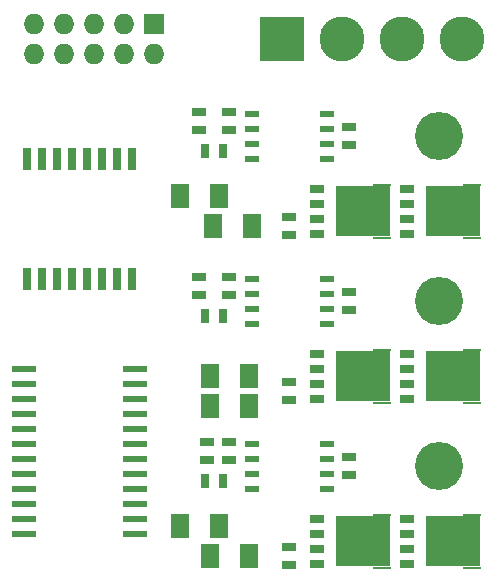
<source format=gbr>
%FSLAX46Y46*%
G04 Gerber Fmt 4.6, Leading zero omitted, Abs format (unit mm)*
G04 Created by KiCad (PCBNEW (2014-10-27 BZR 5228)-product) date 06.12.2014 02:57:52*
%MOMM*%
G01*
G04 APERTURE LIST*
%ADD10C,0.100000*%
%ADD11R,4.600000X4.200000*%
%ADD12R,1.500000X0.250000*%
%ADD13R,1.150000X0.700000*%
%ADD14R,1.727200X1.727200*%
%ADD15O,1.727200X1.727200*%
%ADD16C,3.810000*%
%ADD17R,3.810000X3.810000*%
%ADD18R,0.635000X1.905000*%
%ADD19R,1.143000X0.635000*%
%ADD20R,1.524000X2.032000*%
%ADD21R,1.143000X0.508000*%
%ADD22C,4.064000*%
%ADD23R,2.000000X0.600000*%
%ADD24R,0.635000X1.143000*%
G04 APERTURE END LIST*
D10*
D11*
X212020000Y-62230000D03*
D12*
X213570000Y-64455000D03*
X213570000Y-60005000D03*
D13*
X208095000Y-60325000D03*
X208095000Y-61595000D03*
X208095000Y-62865000D03*
X208095000Y-64135000D03*
D11*
X212020000Y-76200000D03*
D12*
X213570000Y-78425000D03*
X213570000Y-73975000D03*
D13*
X208095000Y-74295000D03*
X208095000Y-75565000D03*
X208095000Y-76835000D03*
X208095000Y-78105000D03*
D11*
X204400000Y-76200000D03*
D12*
X205950000Y-78425000D03*
X205950000Y-73975000D03*
D13*
X200475000Y-74295000D03*
X200475000Y-75565000D03*
X200475000Y-76835000D03*
X200475000Y-78105000D03*
D14*
X186690000Y-32385000D03*
D15*
X186690000Y-34925000D03*
X184150000Y-32385000D03*
X184150000Y-34925000D03*
X181610000Y-32385000D03*
X181610000Y-34925000D03*
X179070000Y-32385000D03*
X179070000Y-34925000D03*
X176530000Y-32385000D03*
X176530000Y-34925000D03*
D16*
X202565000Y-33655000D03*
X207645000Y-33655000D03*
D17*
X197485000Y-33655000D03*
D16*
X212725000Y-33655000D03*
D18*
X184785000Y-43815000D03*
X183515000Y-43815000D03*
X182245000Y-43815000D03*
X180975000Y-43815000D03*
X179705000Y-43815000D03*
X178435000Y-43815000D03*
X177165000Y-43815000D03*
X175895000Y-43815000D03*
X175895000Y-53975000D03*
X177165000Y-53975000D03*
X178435000Y-53975000D03*
X179705000Y-53975000D03*
X180975000Y-53975000D03*
X182245000Y-53975000D03*
X183515000Y-53975000D03*
X184785000Y-53975000D03*
D19*
X198120000Y-64262000D03*
X198120000Y-62738000D03*
D20*
X191643000Y-49530000D03*
X194945000Y-49530000D03*
D21*
X194945000Y-43815000D03*
X194945000Y-42545000D03*
X194945000Y-41275000D03*
X194945000Y-40005000D03*
X201295000Y-40005000D03*
X201295000Y-41275000D03*
X201295000Y-42545000D03*
X201295000Y-43815000D03*
D11*
X204400000Y-48260000D03*
D12*
X205950000Y-50485000D03*
X205950000Y-46035000D03*
D13*
X200475000Y-46355000D03*
X200475000Y-47625000D03*
X200475000Y-48895000D03*
X200475000Y-50165000D03*
D22*
X210820000Y-41910000D03*
D11*
X212020000Y-48260000D03*
D12*
X213570000Y-50485000D03*
X213570000Y-46035000D03*
D13*
X208095000Y-46355000D03*
X208095000Y-47625000D03*
X208095000Y-48895000D03*
X208095000Y-50165000D03*
D11*
X204400000Y-62230000D03*
D12*
X205950000Y-64455000D03*
X205950000Y-60005000D03*
D13*
X200475000Y-60325000D03*
X200475000Y-61595000D03*
X200475000Y-62865000D03*
X200475000Y-64135000D03*
D23*
X175640000Y-61595000D03*
X175640000Y-62865000D03*
X175640000Y-64135000D03*
X175640000Y-65405000D03*
X175640000Y-66675000D03*
X175640000Y-67945000D03*
X175640000Y-69215000D03*
X175640000Y-70485000D03*
X175640000Y-71755000D03*
X175640000Y-73025000D03*
X175640000Y-74295000D03*
X175640000Y-75565000D03*
X185040000Y-75565000D03*
X185040000Y-74295000D03*
X185040000Y-73025000D03*
X185040000Y-71755000D03*
X185040000Y-70485000D03*
X185040000Y-69215000D03*
X185040000Y-67945000D03*
X185040000Y-66675000D03*
X185040000Y-65405000D03*
X185040000Y-64135000D03*
X185040000Y-62865000D03*
X185040000Y-61595000D03*
D20*
X191389000Y-62230000D03*
X194691000Y-62230000D03*
D22*
X210820000Y-69850000D03*
D19*
X193040000Y-41402000D03*
X193040000Y-39878000D03*
X193040000Y-69342000D03*
X193040000Y-67818000D03*
X190500000Y-55372000D03*
X190500000Y-53848000D03*
X190500000Y-41402000D03*
X190500000Y-39878000D03*
X191135000Y-69342000D03*
X191135000Y-67818000D03*
X203200000Y-42672000D03*
X203200000Y-41148000D03*
X203200000Y-70612000D03*
X203200000Y-69088000D03*
X198120000Y-50292000D03*
X198120000Y-48768000D03*
D24*
X192532000Y-57150000D03*
X191008000Y-57150000D03*
X192532000Y-43180000D03*
X191008000Y-43180000D03*
X192532000Y-71120000D03*
X191008000Y-71120000D03*
D19*
X198120000Y-78232000D03*
X198120000Y-76708000D03*
D21*
X194945000Y-71755000D03*
X194945000Y-70485000D03*
X194945000Y-69215000D03*
X194945000Y-67945000D03*
X201295000Y-67945000D03*
X201295000Y-69215000D03*
X201295000Y-70485000D03*
X201295000Y-71755000D03*
D19*
X193040000Y-55372000D03*
X193040000Y-53848000D03*
X203200000Y-56642000D03*
X203200000Y-55118000D03*
D21*
X194945000Y-57785000D03*
X194945000Y-56515000D03*
X194945000Y-55245000D03*
X194945000Y-53975000D03*
X201295000Y-53975000D03*
X201295000Y-55245000D03*
X201295000Y-56515000D03*
X201295000Y-57785000D03*
D22*
X210820000Y-55880000D03*
D20*
X191389000Y-64770000D03*
X194691000Y-64770000D03*
X188849000Y-46990000D03*
X192151000Y-46990000D03*
X191389000Y-77470000D03*
X194691000Y-77470000D03*
X188849000Y-74930000D03*
X192151000Y-74930000D03*
M02*

</source>
